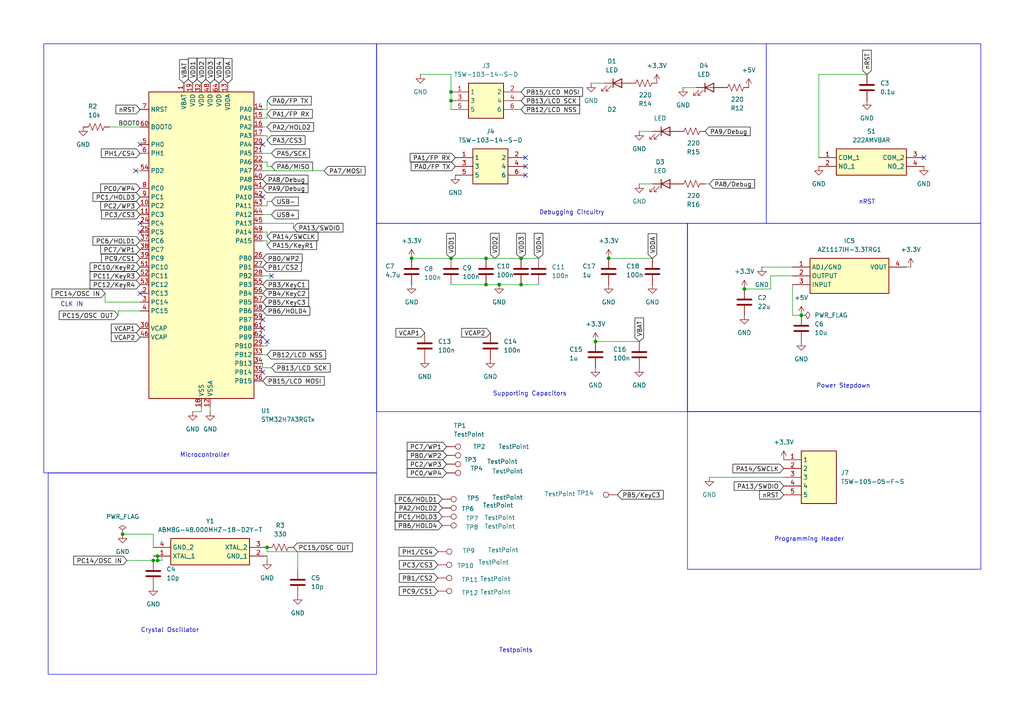
<source format=kicad_sch>
(kicad_sch (version 20231120) (generator "eeschema") (generator_version "8.0")
  (paper "A4")
  (lib_symbols
    (symbol "Connector:TestPoint" (pin_numbers hide) (pin_names (offset 0.762) hide)
      (property "Reference" "TP" (at 0 6.858 0))
      (property "Value" "TestPoint" (at 0 5.08 0))
      (symbol "TestPoint_1_1"
        (pin passive line (at 0 0 90) (length 2.54) (name "1") (number "1"))
      )
    )
    (symbol "CustomSymbols:+3.3V" (power) (pin_numbers hide) (pin_names (offset 0) hide)
      (property "Value" "+3.3V" (at 0 3.556 0))
      (symbol "+3.3V_1_1"
        (pin power_in line (at 0 0 90) (length 0) (name "~") (number "1"))
      )
    )
    (symbol "CustomSymbols:+5V" (power) (pin_numbers hide) (pin_names (offset 0) hide)
      (property "Value" "+5V" (at 0 3.556 0))
      (symbol "+5V_1_1"
        (pin power_in line (at 0 0 90) (length 0) (name "~") (number "1"))
      )
    )
    (symbol "CustomSymbols:222AMVBAR"
      (property "Reference" "S" (at 26.67 7.62 0))
      (property "Value" "222AMVBAR" (at 26.67 5.08 0))
      (symbol "222AMVBAR_1_1"
        (pin passive line (at 0 0 0) (length 5.08) (name "COM_1") (number "1"))
        (pin passive line (at 0 -2.54 0) (length 5.08) (name "NO_1") (number "2"))
        (pin passive line (at 30.48 0 180) (length 5.08) (name "COM_2") (number "3"))
        (pin passive line (at 30.48 -2.54 180) (length 5.08) (name "NO_2") (number "4"))
      )
    )
    (symbol "CustomSymbols:ABM8G-48.000MHZ-18-D2Y-T"
      (property "Reference" "Y" (at 29.21 7.62 0))
      (property "Value" "ABM8G-48.000MHZ-18-D2Y-T" (at 29.21 5.08 0))
      (symbol "ABM8G-48.000MHZ-18-D2Y-T_1_1"
        (pin passive line (at 0 -2.54 0) (length 5.08) (name "XTAL_1") (number "1"))
        (pin passive line (at 33.02 -2.54 180) (length 5.08) (name "GND_1") (number "2"))
        (pin passive line (at 33.02 0 180) (length 5.08) (name "XTAL_2") (number "3"))
        (pin passive line (at 0 0 0) (length 5.08) (name "GND_2") (number "4"))
      )
    )
    (symbol "CustomSymbols:AZ1117IH-3.3TRG1"
      (property "Reference" "IC" (at 29.21 7.62 0))
      (property "Value" "AZ1117IH-3.3TRG1" (at 29.21 5.08 0))
      (symbol "AZ1117IH-3.3TRG1_1_1"
        (pin passive line (at 0 0 0) (length 5.08) (name "ADJ/GND") (number "1"))
        (pin passive line (at 0 -2.54 0) (length 5.08) (name "OUTPUT") (number "2"))
        (pin passive line (at 0 -5.08 0) (length 5.08) (name "INPUT") (number "3"))
        (pin passive line (at 33.02 0 180) (length 5.08) (name "VOUT") (number "4"))
      )
    )
    (symbol "CustomSymbols:C" (pin_numbers hide) (pin_names (offset 0.254))
      (property "Reference" "C" (at 0.635 2.54 0))
      (property "Value" "C" (at 0.635 -2.54 0))
      (symbol "C_1_1"
        (pin passive line (at 0 3.81 270) (length 2.794) (name "~") (number "1"))
        (pin passive line (at 0 -3.81 90) (length 2.794) (name "~") (number "2"))
      )
    )
    (symbol "CustomSymbols:GND" (power) (pin_numbers hide) (pin_names (offset 0) hide)
      (property "Value" "GND" (at 0 -3.81 0))
      (symbol "GND_1_1"
        (pin power_in line (at 0 0 270) (length 0) (name "~") (number "1"))
      )
    )
    (symbol "CustomSymbols:R_US" (pin_numbers hide) (pin_names (offset 0))
      (property "Reference" "R" (at 2.54 0 90))
      (property "Value" "R_US" (at -2.54 0 90))
      (symbol "R_US_1_1"
        (pin passive line (at 0 3.81 270) (length 1.27) (name "~") (number "1"))
        (pin passive line (at 0 -3.81 90) (length 1.27) (name "~") (number "2"))
      )
    )
    (symbol "CustomSymbols:STM32H7A3RGTx"
      (property "Reference" "U" (at -15.24 46.99 0))
      (property "Value" "STM32H7A3RGTx" (at 10.16 46.99 0))
      (symbol "STM32H7A3RGTx_1_1"
        (pin power_in line (at -5.08 48.26 270) (length 2.54) (name "VBAT") (number "1"))
        (pin bidirectional line (at -17.78 12.7 0) (length 2.54) (name "PC2") (number "10"))
        (pin bidirectional line (at -17.78 10.16 0) (length 2.54) (name "PC3") (number "11"))
        (pin power_in line (at 2.54 -45.72 90) (length 2.54) (name "VSSA") (number "12"))
        (pin power_in line (at 7.62 48.26 270) (length 2.54) (name "VDDA") (number "13"))
        (pin bidirectional line (at 17.78 40.64 180) (length 2.54) (name "PA0") (number "14"))
        (pin bidirectional line (at 17.78 38.1 180) (length 2.54) (name "PA1") (number "15"))
        (pin bidirectional line (at 17.78 35.56 180) (length 2.54) (name "PA2") (number "16"))
        (pin bidirectional line (at 17.78 33.02 180) (length 2.54) (name "PA3") (number "17"))
        (pin power_in line (at 0 -45.72 90) (length 2.54) (name "VSS") (number "18"))
        (pin power_in line (at -2.54 48.26 270) (length 2.54) (name "VDD") (number "19"))
        (pin bidirectional line (at -17.78 -12.7 0) (length 2.54) (name "PC13") (number "2"))
        (pin bidirectional line (at 17.78 30.48 180) (length 2.54) (name "PA4") (number "20"))
        (pin bidirectional line (at 17.78 27.94 180) (length 2.54) (name "PA5") (number "21"))
        (pin bidirectional line (at 17.78 25.4 180) (length 2.54) (name "PA6") (number "22"))
        (pin bidirectional line (at 17.78 22.86 180) (length 2.54) (name "PA7") (number "23"))
        (pin bidirectional line (at -17.78 7.62 0) (length 2.54) (name "PC4") (number "24"))
        (pin bidirectional line (at -17.78 5.08 0) (length 2.54) (name "PC5") (number "25"))
        (pin bidirectional line (at 17.78 -2.54 180) (length 2.54) (name "PB0") (number "26"))
        (pin bidirectional line (at 17.78 -5.08 180) (length 2.54) (name "PB1") (number "27"))
        (pin bidirectional line (at 17.78 -7.62 180) (length 2.54) (name "PB2") (number "28"))
        (pin bidirectional line (at 17.78 -27.94 180) (length 2.54) (name "PB10") (number "29"))
        (pin bidirectional line (at -17.78 -15.24 0) (length 2.54) (name "PC14") (number "3"))
        (pin power_out line (at -17.78 -22.86 0) (length 2.54) (name "VCAP") (number "30"))
        (pin passive line (at 0 -45.72 90) (length 2.54) hide (name "VSS") (number "31"))
        (pin power_in line (at 0 48.26 270) (length 2.54) (name "VDD") (number "32"))
        (pin bidirectional line (at 17.78 -30.48 180) (length 2.54) (name "PB12") (number "33"))
        (pin bidirectional line (at 17.78 -33.02 180) (length 2.54) (name "PB13") (number "34"))
        (pin bidirectional line (at 17.78 -35.56 180) (length 2.54) (name "PB14") (number "35"))
        (pin bidirectional line (at 17.78 -38.1 180) (length 2.54) (name "PB15") (number "36"))
        (pin bidirectional line (at -17.78 2.54 0) (length 2.54) (name "PC6") (number "37"))
        (pin bidirectional line (at -17.78 0 0) (length 2.54) (name "PC7") (number "38"))
        (pin bidirectional line (at -17.78 -2.54 0) (length 2.54) (name "PC9") (number "39"))
        (pin bidirectional line (at -17.78 -17.78 0) (length 2.54) (name "PC15") (number "4"))
        (pin bidirectional line (at 17.78 20.32 180) (length 2.54) (name "PA8") (number "40"))
        (pin bidirectional line (at 17.78 17.78 180) (length 2.54) (name "PA9") (number "41"))
        (pin bidirectional line (at 17.78 15.24 180) (length 2.54) (name "PA10") (number "42"))
        (pin bidirectional line (at 17.78 12.7 180) (length 2.54) (name "PA11") (number "43"))
        (pin bidirectional line (at 17.78 10.16 180) (length 2.54) (name "PA12") (number "44"))
        (pin bidirectional line (at 17.78 7.62 180) (length 2.54) (name "PA13") (number "45"))
        (pin power_out line (at -17.78 -25.4 0) (length 2.54) (name "VCAP") (number "46"))
        (pin passive line (at 0 -45.72 90) (length 2.54) hide (name "VSS") (number "47"))
        (pin power_in line (at 2.54 48.26 270) (length 2.54) (name "VDD") (number "48"))
        (pin bidirectional line (at 17.78 5.08 180) (length 2.54) (name "PA14") (number "49"))
        (pin bidirectional line (at -17.78 30.48 0) (length 2.54) (name "PH0") (number "5"))
        (pin bidirectional line (at 17.78 2.54 180) (length 2.54) (name "PA15") (number "50"))
        (pin bidirectional line (at -17.78 -5.08 0) (length 2.54) (name "PC10") (number "51"))
        (pin bidirectional line (at -17.78 -7.62 0) (length 2.54) (name "PC11") (number "52"))
        (pin bidirectional line (at -17.78 -10.16 0) (length 2.54) (name "PC12") (number "53"))
        (pin bidirectional line (at -17.78 22.86 0) (length 2.54) (name "PD2") (number "54"))
        (pin bidirectional line (at 17.78 -10.16 180) (length 2.54) (name "PB3") (number "55"))
        (pin bidirectional line (at 17.78 -12.7 180) (length 2.54) (name "PB4") (number "56"))
        (pin bidirectional line (at 17.78 -15.24 180) (length 2.54) (name "PB5") (number "57"))
        (pin bidirectional line (at 17.78 -17.78 180) (length 2.54) (name "PB6") (number "58"))
        (pin bidirectional line (at 17.78 -20.32 180) (length 2.54) (name "PB7") (number "59"))
        (pin bidirectional line (at -17.78 27.94 0) (length 2.54) (name "PH1") (number "6"))
        (pin input line (at -17.78 35.56 0) (length 2.54) (name "BOOT0") (number "60"))
        (pin bidirectional line (at 17.78 -22.86 180) (length 2.54) (name "PB8") (number "61"))
        (pin bidirectional line (at 17.78 -25.4 180) (length 2.54) (name "PB9") (number "62"))
        (pin passive line (at 0 -45.72 90) (length 2.54) hide (name "VSS") (number "63"))
        (pin power_in line (at 5.08 48.26 270) (length 2.54) (name "VDD") (number "64"))
        (pin input line (at -17.78 40.64 0) (length 2.54) (name "NRST") (number "7"))
        (pin bidirectional line (at -17.78 17.78 0) (length 2.54) (name "PC0") (number "8"))
        (pin bidirectional line (at -17.78 15.24 0) (length 2.54) (name "PC1") (number "9"))
      )
    )
    (symbol "CustomSymbols:TSW-103-14-S-D"
      (property "Reference" "J" (at 16.51 7.62 0))
      (property "Value" "TSW-103-14-S-D" (at 16.51 5.08 0))
      (symbol "TSW-103-14-S-D_1_1"
        (pin passive line (at 0 0 0) (length 5.08) (name "1") (number "1"))
        (pin passive line (at 20.32 0 180) (length 5.08) (name "2") (number "2"))
        (pin passive line (at 0 -2.54 0) (length 5.08) (name "3") (number "3"))
        (pin passive line (at 20.32 -2.54 180) (length 5.08) (name "4") (number "4"))
        (pin passive line (at 0 -5.08 0) (length 5.08) (name "5") (number "5"))
        (pin passive line (at 20.32 -5.08 180) (length 5.08) (name "6") (number "6"))
      )
    )
    (symbol "CustomSymbols:TSW-105-05-F-S"
      (property "Reference" "J" (at 16.51 7.62 0))
      (property "Value" "TSW-105-05-F-S" (at 16.51 5.08 0))
      (symbol "TSW-105-05-F-S_1_1"
        (pin passive line (at 0 0 0) (length 5.08) (name "1") (number "1"))
        (pin passive line (at 0 -2.54 0) (length 5.08) (name "2") (number "2"))
        (pin passive line (at 0 -5.08 0) (length 5.08) (name "3") (number "3"))
        (pin passive line (at 0 -7.62 0) (length 5.08) (name "4") (number "4"))
        (pin passive line (at 0 -10.16 0) (length 5.08) (name "5") (number "5"))
      )
    )
    (symbol "Device:LED" (pin_numbers hide) (pin_names (offset 1.016) hide)
      (property "Reference" "D" (at 0 2.54 0))
      (property "Value" "LED" (at 0 -2.54 0))
      (symbol "LED_1_1"
        (pin passive line (at -3.81 0 0) (length 2.54) (name "K") (number "1"))
        (pin passive line (at 3.81 0 180) (length 2.54) (name "A") (number "2"))
      )
    )
    (symbol "power:PWR_FLAG" (power) (pin_numbers hide) (pin_names (offset 0) hide)
      (property "Value" "PWR_FLAG" (at 0 3.81 0))
      (symbol "PWR_FLAG_0_0"
        (pin power_out line (at 0 0 90) (length 0) (name "~") (number "1"))
      )
    )
  )
  (junction (at 151.13 82.55))
  (junction (at 172.72 99.06))
  (junction (at 140.97 74.93))
  (junction (at 119.38 74.93))
  (junction (at 130.81 26.67))
  (junction (at 45.72 161.29))
  (junction (at 130.81 74.93))
  (junction (at 44.45 162.56))
  (junction (at 176.53 74.93))
  (junction (at 130.81 29.21))
  (junction (at 45.72 162.56))
  (junction (at 35.56 154.94))
  (junction (at 140.97 82.55))
  (junction (at 215.9 83.82))
  (junction (at 77.47 158.75))
  (junction (at 232.41 91.44))
  (junction (at 151.13 74.93))
  (junction (at 144.78 82.55))
  (no_connect (at 39.37 49.53))
  (no_connect (at 40.64 64.77))
  (no_connect (at 76.2 95.25))
  (no_connect (at 76.2 41.91))
  (no_connect (at 78.74 80.01))
  (no_connect (at 152.4 45.72))
  (no_connect (at 76.2 97.79))
  (no_connect (at 76.2 92.71))
  (no_connect (at 267.97 45.72))
  (no_connect (at 77.47 99.06))
  (no_connect (at 40.64 85.09))
  (no_connect (at 76.2 107.95))
  (no_connect (at 76.2 57.15))
  (no_connect (at 40.64 41.91))
  (no_connect (at 152.4 50.8))
  (no_connect (at 152.4 48.26))
  (no_connect (at 40.64 67.31))
  (wire (pts (xy 78.74 106.68) (xy 76.2 106.68)))
  (wire (pts (xy 60.96 118.11) (xy 60.96 119.38)))
  (wire (pts (xy 85.09 66.04) (xy 85.09 64.77)))
  (wire (pts (xy 77.47 34.29) (xy 77.47 33.02)))
  (wire (pts (xy 44.45 162.56) (xy 45.72 162.56)))
  (wire (pts (xy 77.47 59.69) (xy 76.2 59.69)))
  (wire (pts (xy 130.81 82.55) (xy 140.97 82.55)))
  (wire (pts (xy 229.87 91.44) (xy 232.41 91.44)))
  (wire (pts (xy 229.87 80.01) (xy 223.52 80.01)))
  (wire (pts (xy 172.72 99.06) (xy 185.42 99.06)))
  (wire (pts (xy 85.09 64.77) (xy 76.2 64.77)))
  (wire (pts (xy 93.98 49.53) (xy 76.2 49.53)))
  (wire (pts (xy 44.45 161.29) (xy 45.72 161.29)))
  (wire (pts (xy 76.2 34.29) (xy 77.47 34.29)))
  (wire (pts (xy 130.81 26.67) (xy 130.81 21.59)))
  (wire (pts (xy 198.12 25.4) (xy 201.93 25.4)))
  (wire (pts (xy 77.47 100.33) (xy 76.2 100.33)))
  (wire (pts (xy 31.75 36.83) (xy 40.64 36.83)))
  (wire (pts (xy 77.47 58.42) (xy 78.74 58.42)))
  (wire (pts (xy 77.47 48.26) (xy 77.47 46.99)))
  (wire (pts (xy 130.81 74.93) (xy 140.97 74.93)))
  (wire (pts (xy 40.64 87.63) (xy 30.48 87.63)))
  (wire (pts (xy 185.42 38.1) (xy 189.23 38.1)))
  (wire (pts (xy 34.29 90.17) (xy 34.29 91.44)))
  (wire (pts (xy 229.87 82.55) (xy 229.87 91.44)))
  (wire (pts (xy 76.2 62.23) (xy 78.74 62.23)))
  (wire (pts (xy 30.48 87.63) (xy 30.48 85.09)))
  (wire (pts (xy 76.2 106.68) (xy 76.2 105.41)))
  (wire (pts (xy 130.81 21.59) (xy 121.92 21.59)))
  (wire (pts (xy 237.49 45.72) (xy 237.49 21.59)))
  (wire (pts (xy 140.97 82.55) (xy 144.78 82.55)))
  (wire (pts (xy 223.52 80.01) (xy 223.52 83.82)))
  (wire (pts (xy 130.81 26.67) (xy 130.81 29.21)))
  (wire (pts (xy 223.52 83.82) (xy 215.9 83.82)))
  (wire (pts (xy 76.2 44.45) (xy 78.74 44.45)))
  (wire (pts (xy 77.47 31.75) (xy 77.47 29.21)))
  (wire (pts (xy 44.45 154.94) (xy 35.56 154.94)))
  (wire (pts (xy 76.2 39.37) (xy 77.47 39.37)))
  (wire (pts (xy 58.42 118.11) (xy 58.42 119.38)))
  (wire (pts (xy 171.45 24.13) (xy 175.26 24.13)))
  (wire (pts (xy 78.74 48.26) (xy 77.47 48.26)))
  (wire (pts (xy 185.42 53.34) (xy 189.23 53.34)))
  (wire (pts (xy 144.78 82.55) (xy 151.13 82.55)))
  (wire (pts (xy 151.13 82.55) (xy 156.21 82.55)))
  (wire (pts (xy 176.53 74.93) (xy 189.23 74.93)))
  (wire (pts (xy 262.89 77.47) (xy 264.16 77.47)))
  (wire (pts (xy 77.47 69.85) (xy 77.47 71.12)))
  (wire (pts (xy 77.47 102.87) (xy 76.2 102.87)))
  (wire (pts (xy 76.2 31.75) (xy 77.47 31.75)))
  (wire (pts (xy 130.81 29.21) (xy 130.81 31.75)))
  (wire (pts (xy 46.99 162.56) (xy 46.99 161.29)))
  (wire (pts (xy 77.47 160.02) (xy 77.47 158.75)))
  (wire (pts (xy 77.47 161.29) (xy 77.47 162.56)))
  (wire (pts (xy 237.49 21.59) (xy 251.46 21.59)))
  (wire (pts (xy 44.45 158.75) (xy 44.45 154.94)))
  (wire (pts (xy 204.47 53.34) (xy 205.74 53.34)))
  (wire (pts (xy 76.2 69.85) (xy 77.47 69.85)))
  (wire (pts (xy 140.97 74.93) (xy 151.13 74.93)))
  (wire (pts (xy 77.47 68.58) (xy 77.47 67.31)))
  (wire (pts (xy 151.13 74.93) (xy 156.21 74.93)))
  (wire (pts (xy 45.72 162.56) (xy 46.99 162.56)))
  (wire (pts (xy 86.36 160.02) (xy 77.47 160.02)))
  (wire (pts (xy 58.42 119.38) (xy 55.88 119.38)))
  (wire (pts (xy 77.47 67.31) (xy 76.2 67.31)))
  (wire (pts (xy 77.47 58.42) (xy 77.47 59.69)))
  (wire (pts (xy 40.64 90.17) (xy 34.29 90.17)))
  (wire (pts (xy 76.2 80.01) (xy 78.74 80.01)))
  (wire (pts (xy 76.2 36.83) (xy 77.47 36.83)))
  (wire (pts (xy 130.81 74.93) (xy 119.38 74.93)))
  (wire (pts (xy 39.37 49.53) (xy 40.64 49.53)))
  (wire (pts (xy 205.74 138.43) (xy 227.33 138.43)))
  (wire (pts (xy 77.47 39.37) (xy 77.47 40.64)))
  (wire (pts (xy 77.47 99.06) (xy 77.47 100.33)))
  (wire (pts (xy 45.72 161.29) (xy 46.99 161.29)))
  (wire (pts (xy 86.36 165.1) (xy 86.36 160.02)))
  (wire (pts (xy 220.98 77.47) (xy 229.87 77.47)))
  (wire (pts (xy 77.47 46.99) (xy 76.2 46.99)))
  (wire (pts (xy 45.72 162.56) (xy 45.72 161.29)))
  (wire (pts (xy 36.83 162.56) (xy 44.45 162.56)))
  (rectangle (start 12.7 12.7) (end 109.22 137.16))
  (rectangle (start 199.39 119.38) (end 284.48 165.1))
  (rectangle (start 199.39 64.77) (end 284.48 119.38))
  (rectangle (start 13.97 137.16) (end 109.22 195.58))
  (rectangle (start 222.25 12.7) (end 284.48 64.77))
  (rectangle (start 109.22 12.7) (end 222.25 64.77))
  (rectangle (start 109.22 64.77) (end 199.39 119.38))
  (text "Debugging Circuitry\n" (at 165.862 61.722 0) (effects (font (size 1.27 1.27))))
  (text "Power Stepdown\n" (at 244.602 112.014 0) (effects (font (size 1.27 1.27))))
  (text "Supporting Capacitors" (at 153.67 114.3 0) (effects (font (size 1.27 1.27))))
  (text "Testpoints" (at 149.606 188.722 0) (effects (font (size 1.27 1.27))))
  (text "CLK IN\n" (at 20.828 88.392 0) (effects (font (size 1.27 1.27))))
  (text "Crystal Oscillator\n" (at 49.276 182.88 0) (effects (font (size 1.27 1.27))))
  (text "Microcontroller\n" (at 59.436 132.08 0) (effects (font (size 1.27 1.27))))
  (text "Programming Header\n" (at 234.696 156.464 0) (effects (font (size 1.27 1.27))))
  (text "nRST\n" (at 251.46 58.674 0) (effects (font (size 1.27 1.27))))
  (label "BOOT0" (at 34.29 36.83 0))
  (global_label "PC6{slash}HOLD1" (shape input) (at 40.64 69.85 180) (property "Intersheetrefs" "${INTERSHEET_REFS}" (effects (hide yes))))
  (global_label "PB5{slash}KeyC3" (shape input) (at 76.2 87.63 0) (property "Intersheetrefs" "${INTERSHEET_REFS}" (effects (hide yes))))
  (global_label "PC0{slash}WP4" (shape input) (at 40.64 54.61 180) (property "Intersheetrefs" "${INTERSHEET_REFS}" (effects (hide yes))))
  (global_label "PC1{slash}HOLD3" (shape input) (at 40.64 57.15 180) (property "Intersheetrefs" "${INTERSHEET_REFS}" (effects (hide yes))))
  (global_label "PC6{slash}HOLD1" (shape input) (at 128.27 144.78 180) (property "Intersheetrefs" "${INTERSHEET_REFS}" (effects (hide yes))))
  (global_label "PB1{slash}CS2" (shape input) (at 127 167.64 180) (property "Intersheetrefs" "${INTERSHEET_REFS}" (effects (hide yes))))
  (global_label "PB5{slash}KeyC3" (shape input) (at 179.07 143.51 0) (property "Intersheetrefs" "${INTERSHEET_REFS}" (effects (hide yes))))
  (global_label "PA9{slash}Debug" (shape input) (at 204.47 38.1 0) (property "Intersheetrefs" "${INTERSHEET_REFS}" (effects (hide yes))))
  (global_label "VCAP2" (shape input) (at 40.64 97.79 180) (property "Intersheetrefs" "${INTERSHEET_REFS}" (effects (hide yes))))
  (global_label "VDD1" (shape input) (at 130.81 74.93 90) (property "Intersheetrefs" "${INTERSHEET_REFS}" (effects (hide yes))))
  (global_label "USB-" (shape input) (at 78.74 58.42 0) (property "Intersheetrefs" "${INTERSHEET_REFS}" (effects (hide yes))))
  (global_label "PC15{slash}OSC OUT" (shape input) (at 85.09 158.75 0) (property "Intersheetrefs" "${INTERSHEET_REFS}" (effects (hide yes))))
  (global_label "PA14{slash}SWCLK" (shape input) (at 227.33 135.89 180) (property "Intersheetrefs" "${INTERSHEET_REFS}" (effects (hide yes))))
  (global_label "VDD3" (shape input) (at 60.96 24.13 90) (property "Intersheetrefs" "${INTERSHEET_REFS}" (effects (hide yes))))
  (global_label "PB12{slash}LCD NSS" (shape input) (at 77.47 102.87 0) (property "Intersheetrefs" "${INTERSHEET_REFS}" (effects (hide yes))))
  (global_label "PB0{slash}WP2" (shape input) (at 129.54 132.08 180) (property "Intersheetrefs" "${INTERSHEET_REFS}" (effects (hide yes))))
  (global_label "PC0{slash}WP4" (shape input) (at 129.54 137.16 180) (property "Intersheetrefs" "${INTERSHEET_REFS}" (effects (hide yes))))
  (global_label "PA14{slash}SWCLK" (shape input) (at 77.47 68.58 0) (property "Intersheetrefs" "${INTERSHEET_REFS}" (effects (hide yes))))
  (global_label "PA3{slash}CS3" (shape input) (at 77.47 40.64 0) (property "Intersheetrefs" "${INTERSHEET_REFS}" (effects (hide yes))))
  (global_label "PH1{slash}CS4" (shape input) (at 127 160.02 180) (property "Intersheetrefs" "${INTERSHEET_REFS}" (effects (hide yes))))
  (global_label "PC7{slash}WP1" (shape input) (at 40.64 72.39 180) (property "Intersheetrefs" "${INTERSHEET_REFS}" (effects (hide yes))))
  (global_label "PC15{slash}OSC OUT" (shape input) (at 34.29 91.44 180) (property "Intersheetrefs" "${INTERSHEET_REFS}" (effects (hide yes))))
  (global_label "PA0{slash}FP TX" (shape input) (at 132.08 48.26 180) (property "Intersheetrefs" "${INTERSHEET_REFS}" (effects (hide yes))))
  (global_label "VDD4" (shape input) (at 63.5 24.13 90) (property "Intersheetrefs" "${INTERSHEET_REFS}" (effects (hide yes))))
  (global_label "PB13{slash}LCD SCK" (shape input) (at 78.74 106.68 0) (property "Intersheetrefs" "${INTERSHEET_REFS}" (effects (hide yes))))
  (global_label "PH1{slash}CS4" (shape input) (at 40.64 44.45 180) (property "Intersheetrefs" "${INTERSHEET_REFS}" (effects (hide yes))))
  (global_label "PA8{slash}Debug" (shape input) (at 205.74 53.34 0) (property "Intersheetrefs" "${INTERSHEET_REFS}" (effects (hide yes))))
  (global_label "PA13{slash}SWDIO" (shape input) (at 227.33 140.97 180) (property "Intersheetrefs" "${INTERSHEET_REFS}" (effects (hide yes))))
  (global_label "PA13{slash}SWDIO" (shape input) (at 85.09 66.04 0) (property "Intersheetrefs" "${INTERSHEET_REFS}" (effects (hide yes))))
  (global_label "PC12{slash}KeyR4" (shape input) (at 40.64 82.55 180) (property "Intersheetrefs" "${INTERSHEET_REFS}" (effects (hide yes))))
  (global_label "VCAP1" (shape input) (at 123.19 96.52 180) (property "Intersheetrefs" "${INTERSHEET_REFS}" (effects (hide yes))))
  (global_label "PC14{slash}OSC IN" (shape input) (at 30.48 85.09 180) (property "Intersheetrefs" "${INTERSHEET_REFS}" (effects (hide yes))))
  (global_label "USB+" (shape input) (at 78.74 62.23 0) (property "Intersheetrefs" "${INTERSHEET_REFS}" (effects (hide yes))))
  (global_label "PA9{slash}Debug" (shape input) (at 76.2 54.61 0) (property "Intersheetrefs" "${INTERSHEET_REFS}" (effects (hide yes))))
  (global_label "VCAP2" (shape input) (at 142.24 96.52 180) (property "Intersheetrefs" "${INTERSHEET_REFS}" (effects (hide yes))))
  (global_label "PB12{slash}LCD NSS" (shape input) (at 151.13 31.75 0) (property "Intersheetrefs" "${INTERSHEET_REFS}" (effects (hide yes))))
  (global_label "PB13{slash}LCD SCK" (shape input) (at 151.13 29.21 0) (property "Intersheetrefs" "${INTERSHEET_REFS}" (effects (hide yes))))
  (global_label "PC7{slash}WP1" (shape input) (at 129.54 129.54 180) (property "Intersheetrefs" "${INTERSHEET_REFS}" (effects (hide yes))))
  (global_label "VDD4" (shape input) (at 156.21 74.93 90) (property "Intersheetrefs" "${INTERSHEET_REFS}" (effects (hide yes))))
  (global_label "PB4{slash}KeyC2" (shape input) (at 76.2 85.09 0) (property "Intersheetrefs" "${INTERSHEET_REFS}" (effects (hide yes))))
  (global_label "PA15{slash}KeyR1" (shape input) (at 77.47 71.12 0) (property "Intersheetrefs" "${INTERSHEET_REFS}" (effects (hide yes))))
  (global_label "nRST" (shape input) (at 40.64 31.75 180) (property "Intersheetrefs" "${INTERSHEET_REFS}" (effects (hide yes))))
  (global_label "PA1{slash}FP RX" (shape input) (at 77.47 33.02 0) (property "Intersheetrefs" "${INTERSHEET_REFS}" (effects (hide yes))))
  (global_label "PC1{slash}HOLD3" (shape input) (at 128.27 149.86 180) (property "Intersheetrefs" "${INTERSHEET_REFS}" (effects (hide yes))))
  (global_label "PC2{slash}WP3" (shape input) (at 129.54 134.62 180) (property "Intersheetrefs" "${INTERSHEET_REFS}" (effects (hide yes))))
  (global_label "VDD2" (shape input) (at 143.51 74.93 90) (property "Intersheetrefs" "${INTERSHEET_REFS}" (effects (hide yes))))
  (global_label "VDD3" (shape input) (at 151.13 74.93 90) (property "Intersheetrefs" "${INTERSHEET_REFS}" (effects (hide yes))))
  (global_label "PB6{slash}HOLD4" (shape input) (at 128.27 152.4 180) (property "Intersheetrefs" "${INTERSHEET_REFS}" (effects (hide yes))))
  (global_label "PB15{slash}LCD MOSI" (shape input) (at 76.2 110.49 0) (property "Intersheetrefs" "${INTERSHEET_REFS}" (effects (hide yes))))
  (global_label "PC2{slash}WP3" (shape input) (at 40.64 59.69 180) (property "Intersheetrefs" "${INTERSHEET_REFS}" (effects (hide yes))))
  (global_label "PA0{slash}FP TX" (shape input) (at 77.47 29.21 0) (property "Intersheetrefs" "${INTERSHEET_REFS}" (effects (hide yes))))
  (global_label "VDD1" (shape input) (at 55.88 24.13 90) (property "Intersheetrefs" "${INTERSHEET_REFS}" (effects (hide yes))))
  (global_label "VCAP1" (shape input) (at 40.64 95.25 180) (property "Intersheetrefs" "${INTERSHEET_REFS}" (effects (hide yes))))
  (global_label "VDD2" (shape input) (at 58.42 24.13 90) (property "Intersheetrefs" "${INTERSHEET_REFS}" (effects (hide yes))))
  (global_label "PC9{slash}CS1" (shape input) (at 40.64 74.93 180) (property "Intersheetrefs" "${INTERSHEET_REFS}" (effects (hide yes))))
  (global_label "PC11{slash}KeyR3" (shape input) (at 40.64 80.01 180) (property "Intersheetrefs" "${INTERSHEET_REFS}" (effects (hide yes))))
  (global_label "PA7{slash}MOSI" (shape input) (at 93.98 49.53 0) (property "Intersheetrefs" "${INTERSHEET_REFS}" (effects (hide yes))))
  (global_label "PB6{slash}HOLD4" (shape input) (at 76.2 90.17 0) (property "Intersheetrefs" "${INTERSHEET_REFS}" (effects (hide yes))))
  (global_label "PC14{slash}OSC IN" (shape input) (at 36.83 162.56 180) (property "Intersheetrefs" "${INTERSHEET_REFS}" (effects (hide yes))))
  (global_label "PA2{slash}HOLD2" (shape input) (at 128.27 147.32 180) (property "Intersheetrefs" "${INTERSHEET_REFS}" (effects (hide yes))))
  (global_label "VBAT" (shape input) (at 53.34 24.13 90) (property "Intersheetrefs" "${INTERSHEET_REFS}" (effects (hide yes))))
  (global_label "PB0{slash}WP2" (shape input) (at 76.2 74.93 0) (property "Intersheetrefs" "${INTERSHEET_REFS}" (effects (hide yes))))
  (global_label "VDDA" (shape input) (at 189.23 74.93 90) (property "Intersheetrefs" "${INTERSHEET_REFS}" (effects (hide yes))))
  (global_label "PA6{slash}MISO" (shape input) (at 78.74 48.26 0) (property "Intersheetrefs" "${INTERSHEET_REFS}" (effects (hide yes))))
  (global_label "VBAT" (shape input) (at 185.42 99.06 90) (property "Intersheetrefs" "${INTERSHEET_REFS}" (effects (hide yes))))
  (global_label "PB3{slash}KeyC1" (shape input) (at 76.2 82.55 0) (property "Intersheetrefs" "${INTERSHEET_REFS}" (effects (hide yes))))
  (global_label "PB1{slash}CS2" (shape input) (at 76.2 77.47 0) (property "Intersheetrefs" "${INTERSHEET_REFS}" (effects (hide yes))))
  (global_label "nRST" (shape input) (at 227.33 143.51 180) (property "Intersheetrefs" "${INTERSHEET_REFS}" (effects (hide yes))))
  (global_label "PC10{slash}KeyR2" (shape input) (at 40.64 77.47 180) (property "Intersheetrefs" "${INTERSHEET_REFS}" (effects (hide yes))))
  (global_label "PA1{slash}FP RX" (shape input) (at 132.08 45.72 180) (property "Intersheetrefs" "${INTERSHEET_REFS}" (effects (hide yes))))
  (global_label "VDDA" (shape input) (at 66.04 24.13 90) (property "Intersheetrefs" "${INTERSHEET_REFS}" (effects (hide yes))))
  (global_label "PA8{slash}Debug" (shape input) (at 76.2 52.07 0) (property "Intersheetrefs" "${INTERSHEET_REFS}" (effects (hide yes))))
  (global_label "PC9{slash}CS1" (shape input) (at 127 171.45 180) (property "Intersheetrefs" "${INTERSHEET_REFS}" (effects (hide yes))))
  (global_label "PA5{slash}SCK" (shape input) (at 78.74 44.45 0) (property "Intersheetrefs" "${INTERSHEET_REFS}" (effects (hide yes))))
  (global_label "PA2{slash}HOLD2" (shape input) (at 77.47 36.83 0) (property "Intersheetrefs" "${INTERSHEET_REFS}" (effects (hide yes))))
  (global_label "PC3{slash}CS3" (shape input) (at 40.64 62.23 180) (property "Intersheetrefs" "${INTERSHEET_REFS}" (effects (hide yes))))
  (global_label "nRST" (shape input) (at 251.46 21.59 90) (property "Intersheetrefs" "${INTERSHEET_REFS}" (effects (hide yes))))
  (global_label "PB15{slash}LCD MOSI" (shape input) (at 151.13 26.67 0) (property "Intersheetrefs" "${INTERSHEET_REFS}" (effects (hide yes))))
  (global_label "PC3{slash}CS3" (shape input) (at 127 163.83 180) (property "Intersheetrefs" "${INTERSHEET_REFS}" (effects (hide yes))))
  (symbol (lib_id "CustomSymbols:C") (at 251.46 25.4 0) (unit 1)
    (property "Reference" "C3" (at 255.27 24.1299 0) (effects (justify left)))
    (property "Value" "0.1u" (at 255.27 26.6699 0) (effects (justify left)))
    (property "Footprint" "Capacitor_SMD:C_0805_2012Metric_Pad1.18x1.45mm_HandSolder" (effects (hide yes)))
    (property "Description" "Unpolarized capacitor" (effects (hide yes)))
  )
  (symbol (lib_id "CustomSymbols:AZ1117IH-3.3TRG1") (at 229.87 77.47 0) (unit 1)
    (property "Reference" "IC5" (at 246.38 69.85 0))
    (property "Value" "AZ1117IH-3.3TRG1" (at 246.38 72.39 0))
    (property "Footprint" "SOT230P700X180-4N" (effects (hide yes)))
    (property "Datasheet" "https://www.diodes.com//assets/Datasheets/AZ1117I.pdf" (effects (hide yes)))
    (property "Description" "LDO Voltage Regulators LDO BJT HiCurr 1.35A 10Hz to 10KHz" (effects (hide yes)))
    (property "Height" "1.8" (effects (hide yes)))
    (property "Mouser Part Number" "621-AZ1117IH-3.3TRG1" (effects (hide yes)))
    (property "Mouser Price/Stock" "https://www.mouser.co.uk/ProductDetail/Diodes-Incorporated/AZ1117IH-3.3TRG1?qs=cpo3%2FpBou2jnS4SxLgAVoA%3D%3D" (effects (hide yes)))
    (property "Manufacturer_Name" "Diodes Incorporated" (effects (hide yes)))
    (property "Manufacturer_Part_Number" "AZ1117IH-3.3TRG1" (effects (hide yes)))
  )
  (symbol (lib_id "CustomSymbols:GND") (at 215.9 91.44 0) (unit 1)
    (property "Reference" "#PWR014" (effects (hide yes)))
    (property "Value" "GND" (at 215.9 96.52 0))
    (property "Description" "Power symbol creates a global label with name \"GND\" , ground" (effects (hide yes)))
  )
  (symbol (lib_id "CustomSymbols:GND") (at 185.42 106.68 0) (unit 1)
    (property "Reference" "#PWR041" (effects (hide yes)))
    (property "Value" "GND" (at 185.42 111.76 0))
    (property "Description" "Power symbol creates a global label with name \"GND\" , ground" (effects (hide yes)))
  )
  (symbol (lib_id "CustomSymbols:R_US") (at 200.66 53.34 90) (unit 1)
    (property "Reference" "R16" (at 203.073 59.309 90) (effects (justify left)))
    (property "Value" "220" (at 203.073 56.769 90) (effects (justify left)))
    (property "Footprint" "Resistor_SMD:R_0805_2012Metric_Pad1.20x1.40mm_HandSolder" (effects (hide yes)))
    (property "Description" "Resistor, US symbol" (effects (hide yes)))
  )
  (symbol (lib_id "CustomSymbols:GND") (at 123.19 104.14 0) (unit 1)
    (property "Reference" "#PWR027" (effects (hide yes)))
    (property "Value" "GND" (at 123.19 109.22 0))
    (property "Description" "Power symbol creates a global label with name \"GND\" , ground" (effects (hide yes)))
  )
  (symbol (lib_id "CustomSymbols:GND") (at 185.42 53.34 0) (unit 1)
    (property "Reference" "#PWR050" (effects (hide yes)))
    (property "Value" "GND" (at 185.42 58.42 0))
    (property "Description" "Power symbol creates a global label with name \"GND\" , ground" (effects (hide yes)))
  )
  (symbol (lib_id "CustomSymbols:+3.3V") (at 172.72 99.06 0) (unit 1)
    (property "Reference" "#PWR042" (effects (hide yes)))
    (property "Value" "+3.3V" (at 172.72 93.98 0))
    (property "Description" "Power symbol creates a global label with name \"+3.3V\"" (effects (hide yes)))
  )
  (symbol (lib_id "power:PWR_FLAG") (at 232.41 91.44 270) (unit 1)
    (property "Reference" "#FLG03" (effects (hide yes)))
    (property "Value" "PWR_FLAG" (at 236.22 91.4399 90) (effects (justify left)))
    (property "Description" "Special symbol for telling ERC where power comes from" (effects (hide yes)))
  )
  (symbol (lib_id "CustomSymbols:GND") (at 144.78 82.55 0) (unit 1)
    (property "Reference" "#PWR023" (effects (hide yes)))
    (property "Value" "GND" (at 144.78 87.63 0))
    (property "Description" "Power symbol creates a global label with name \"GND\" , ground" (effects (hide yes)))
  )
  (symbol (lib_id "Device:LED") (at 205.74 25.4 0) (unit 1)
    (property "Reference" "D4" (at 204.1525 19.05 0))
    (property "Value" "LED" (at 204.1525 21.59 0))
    (property "Footprint" "LED_SMD:LED_0805_2012Metric_Pad1.15x1.40mm_HandSolder" (effects (hide yes)))
    (property "Description" "Light emitting diode" (effects (hide yes)))
  )
  (symbol (lib_id "CustomSymbols:R_US") (at 81.28 158.75 90) (unit 1)
    (property "Reference" "R3" (at 81.28 152.4 90))
    (property "Value" "330" (at 81.28 154.94 90))
    (property "Footprint" "Resistor_SMD:R_0805_2012Metric_Pad1.20x1.40mm_HandSolder" (effects (hide yes)))
    (property "Description" "Resistor, US symbol" (effects (hide yes)))
  )
  (symbol (lib_id "CustomSymbols:C") (at 215.9 87.63 0) (unit 1)
    (property "Reference" "C2" (at 219.71 86.3599 0) (effects (justify left)))
    (property "Value" "22u" (at 219.71 88.8999 0) (effects (justify left)))
    (property "Footprint" "Capacitor_SMD:C_0805_2012Metric_Pad1.18x1.45mm_HandSolder" (effects (hide yes)))
    (property "Description" "Unpolarized capacitor" (effects (hide yes)))
  )
  (symbol (lib_id "CustomSymbols:TSW-103-14-S-D") (at 132.08 45.72 0) (unit 1)
    (property "Reference" "J4" (at 142.24 38.1 0))
    (property "Value" "TSW-103-14-S-D" (at 142.24 40.64 0))
    (property "Footprint" "CustomFootprints:custom1" (effects (hide yes)))
    (property "Datasheet" "http://suddendocs.samtec.com/prints/tsw-xxx-xx-xxx-x-xx-xxx-mkt.pdf" (effects (hide yes)))
    (property "Description" "6 Position, Classic PCB Header Strips, 0.100&quot; pitch" (effects (hide yes)))
    (property "Mouser Part Number" "200-TSW10314SD" (effects (hide yes)))
    (property "Mouser Price/Stock" "https://www.mouser.co.uk/ProductDetail/Samtec/TSW-103-14-S-D?qs=rU5fayqh%252BE0uAy4vVVrj%252Bg%3D%3D" (effects (hide yes)))
    (property "Manufacturer_Name" "SAMTEC" (effects (hide yes)))
    (property "Manufacturer_Part_Number" "TSW-103-14-S-D" (effects (hide yes)))
  )
  (symbol (lib_id "CustomSymbols:C") (at 130.81 78.74 0) (unit 1)
    (property "Reference" "C8" (at 122.936 77.978 0) (effects (justify left)))
    (property "Value" "100n" (at 122.936 80.518 0) (effects (justify left)))
    (property "Footprint" "Capacitor_SMD:C_0805_2012Metric_Pad1.18x1.45mm_HandSolder" (effects (hide yes)))
    (property "Description" "Unpolarized capacitor" (effects (hide yes)))
  )
  (symbol (lib_id "CustomSymbols:222AMVBAR") (at 237.49 45.72 0) (unit 1)
    (property "Reference" "S1" (at 252.73 38.1 0))
    (property "Value" "222AMVBAR" (at 252.73 40.64 0))
    (property "Footprint" "CustomFootprints:custom" (effects (hide yes)))
    (property "Datasheet" "https://www.ctscorp.com/wp-content/uploads/222A.pdf" (effects (hide yes)))
    (property "Description" "Tactile Switches Gull Wing AF 160gf Act. Dir. Vertical" (effects (hide yes)))
    (property "Height" "5.2" (effects (hide yes)))
    (property "Mouser Part Number" "774-222AMVBAR" (effects (hide yes)))
    (property "Mouser Price/Stock" "https://www.mouser.co.uk/ProductDetail/CTS-Electronic-Components/222AMVBAR?qs=%252BiOMRfgENTH99oc01%252BgePw%3D%3D" (effects (hide yes)))
    (property "Manufacturer_Name" "CTS" (effects (hide yes)))
    (property "Manufacturer_Part_Number" "222AMVBAR" (effects (hide yes)))
  )
  (symbol (lib_id "CustomSymbols:C") (at 172.72 102.87 0) (unit 1)
    (property "Reference" "C15" (at 165.1 101.346 0) (effects (justify left)))
    (property "Value" "1u" (at 165.1 103.886 0) (effects (justify left)))
    (property "Footprint" "Capacitor_SMD:C_0805_2012Metric_Pad1.18x1.45mm_HandSolder" (effects (hide yes)))
    (property "Description" "Unpolarized capacitor" (effects (hide yes)))
  )
  (symbol (lib_id "CustomSymbols:C") (at 156.21 78.74 0) (unit 1)
    (property "Reference" "C11" (at 160.02 77.4699 0) (effects (justify left)))
    (property "Value" "100n" (at 160.02 80.0099 0) (effects (justify left)))
    (property "Footprint" "Capacitor_SMD:C_0805_2012Metric_Pad1.18x1.45mm_HandSolder" (effects (hide yes)))
    (property "Description" "Unpolarized capacitor" (effects (hide yes)))
  )
  (symbol (lib_id "CustomSymbols:GND") (at 171.45 24.13 0) (unit 1)
    (property "Reference" "#PWR047" (effects (hide yes)))
    (property "Value" "GND" (at 171.45 29.21 0))
    (property "Description" "Power symbol creates a global label with name \"GND\" , ground" (effects (hide yes)))
  )
  (symbol (lib_id "Connector:TestPoint") (at 128.27 152.4 270) (unit 1)
    (property "Reference" "TP8" (at 135.128 152.908 90) (effects (justify left)))
    (property "Value" "TestPoint" (at 140.462 152.654 90) (effects (justify left)))
    (property "Footprint" "TestPoint:TestPoint_THTPad_D1.0mm_Drill0.5mm" (effects (hide yes)))
    (property "Description" "test point" (effects (hide yes)))
  )
  (symbol (lib_id "CustomSymbols:GND") (at 60.96 119.38 0) (unit 1)
    (property "Reference" "#PWR043" (effects (hide yes)))
    (property "Value" "GND" (at 60.96 124.46 0))
    (property "Description" "Power symbol creates a global label with name \"GND\" , ground" (effects (hide yes)))
  )
  (symbol (lib_id "CustomSymbols:C") (at 44.45 166.37 0) (unit 1)
    (property "Reference" "C4" (at 48.26 165.0999 0) (effects (justify left)))
    (property "Value" "10p" (at 48.26 167.6399 0) (effects (justify left)))
    (property "Footprint" "Capacitor_SMD:C_0805_2012Metric_Pad1.18x1.45mm_HandSolder" (effects (hide yes)))
    (property "Description" "Unpolarized capacitor" (effects (hide yes)))
  )
  (symbol (lib_id "CustomSymbols:GND") (at 205.74 138.43 0) (unit 1)
    (property "Reference" "#PWR053" (effects (hide yes)))
    (property "Value" "GND" (at 205.74 143.51 0))
    (property "Description" "Power symbol creates a global label with name \"GND\" , ground" (effects (hide yes)))
  )
  (symbol (lib_id "Connector:TestPoint") (at 128.27 147.32 270) (unit 1)
    (property "Reference" "TP6" (at 133.858 147.574 90) (effects (justify left)))
    (property "Value" "TestPoint" (at 139.954 146.558 90) (effects (justify left)))
    (property "Footprint" "TestPoint:TestPoint_THTPad_D1.0mm_Drill0.5mm" (effects (hide yes)))
    (property "Description" "test point" (effects (hide yes)))
  )
  (symbol (lib_id "CustomSymbols:TSW-105-05-F-S") (at 227.33 133.35 0) (unit 1)
    (property "Reference" "J7" (at 243.84 137.1599 0) (effects (justify left)))
    (property "Value" "TSW-105-05-F-S" (at 243.84 139.6999 0) (effects (justify left)))
    (property "Footprint" "TSW-105-XX-YY-S" (effects (hide yes)))
    (property "Datasheet" "http://suddendocs.samtec.com/prints/tsw-xxx-xx-xxx-x-xx-xxx-mkt.pdf" (effects (hide yes)))
    (property "Description" "5 Position, Single Row, Classic PCB Header Strips, 0.100&quot; pitch" (effects (hide yes)))
    (property "Mouser Part Number" "200-TSW10505FS" (effects (hide yes)))
    (property "Mouser Price/Stock" "https://www.mouser.co.uk/ProductDetail/Samtec/TSW-105-05-F-S?qs=rU5fayqh%252BE31qHVgBA21iA%3D%3D" (effects (hide yes)))
    (property "Manufacturer_Name" "SAMTEC" (effects (hide yes)))
    (property "Manufacturer_Part_Number" "TSW-105-05-F-S" (effects (hide yes)))
  )
  (symbol (lib_id "Device:LED") (at 193.04 53.34 0) (unit 1)
    (property "Reference" "D3" (at 191.4525 46.99 0))
    (property "Value" "LED" (at 191.4525 49.53 0))
    (property "Footprint" "LED_SMD:LED_0805_2012Metric_Pad1.15x1.40mm_HandSolder" (effects (hide yes)))
    (property "Description" "Light emitting diode" (effects (hide yes)))
  )
  (symbol (lib_id "CustomSymbols:+3.3V") (at 227.33 133.35 0) (unit 1)
    (property "Reference" "#PWR052" (effects (hide yes)))
    (property "Value" "+3.3V" (at 227.33 128.27 0))
    (property "Description" "Power symbol creates a global label with name \"+3.3V\"" (effects (hide yes)))
  )
  (symbol (lib_id "CustomSymbols:GND") (at 172.72 106.68 0) (unit 1)
    (property "Reference" "#PWR05" (effects (hide yes)))
    (property "Value" "GND" (at 172.72 111.76 0))
    (property "Description" "Power symbol creates a global label with name \"GND\" , ground" (effects (hide yes)))
  )
  (symbol (lib_id "CustomSymbols:GND") (at 121.92 21.59 0) (unit 1)
    (property "Reference" "#PWR055" (effects (hide yes)))
    (property "Value" "GND" (at 121.92 26.67 0))
    (property "Description" "Power symbol creates a global label with name \"GND\" , ground" (effects (hide yes)))
  )
  (symbol (lib_id "Connector:TestPoint") (at 127 163.83 270) (unit 1)
    (property "Reference" "TP10" (at 132.588 164.084 90) (effects (justify left)))
    (property "Value" "TestPoint" (at 138.684 163.068 90) (effects (justify left)))
    (property "Footprint" "TestPoint:TestPoint_THTPad_D1.0mm_Drill0.5mm" (effects (hide yes)))
    (property "Description" "test point" (effects (hide yes)))
  )
  (symbol (lib_id "CustomSymbols:C") (at 185.42 102.87 0) (unit 1)
    (property "Reference" "C16" (at 177.8 101.346 0) (effects (justify left)))
    (property "Value" "100n" (at 177.8 103.886 0) (effects (justify left)))
    (property "Footprint" "Capacitor_SMD:C_0805_2012Metric_Pad1.18x1.45mm_HandSolder" (effects (hide yes)))
    (property "Description" "Unpolarized capacitor" (effects (hide yes)))
  )
  (symbol (lib_id "CustomSymbols:GND") (at 237.49 48.26 0) (unit 1)
    (property "Reference" "#PWR010" (effects (hide yes)))
    (property "Value" "GND" (at 237.49 53.34 0))
    (property "Description" "Power symbol creates a global label with name \"GND\" , ground" (effects (hide yes)))
  )
  (symbol (lib_id "CustomSymbols:+3.3V") (at 176.53 74.93 0) (unit 1)
    (property "Reference" "#PWR044" (effects (hide yes)))
    (property "Value" "+3.3V" (at 176.53 69.85 0))
    (property "Description" "Power symbol creates a global label with name \"+3.3V\"" (effects (hide yes)))
  )
  (symbol (lib_id "CustomSymbols:R_US") (at 213.36 25.4 90) (unit 1)
    (property "Reference" "R12" (at 215.773 31.369 90) (effects (justify left)))
    (property "Value" "220" (at 215.773 28.829 90) (effects (justify left)))
    (property "Footprint" "Resistor_SMD:R_0805_2012Metric_Pad1.20x1.40mm_HandSolder" (effects (hide yes)))
    (property "Description" "Resistor, US symbol" (effects (hide yes)))
  )
  (symbol (lib_id "CustomSymbols:GND") (at 220.98 77.47 0) (unit 1)
    (property "Reference" "#PWR015" (effects (hide yes)))
    (property "Value" "GND" (at 220.98 82.55 0))
    (property "Description" "Power symbol creates a global label with name \"GND\" , ground" (effects (hide yes)))
  )
  (symbol (lib_id "Connector:TestPoint") (at 127 171.45 270) (unit 1)
    (property "Reference" "TP12" (at 133.858 171.958 90) (effects (justify left)))
    (property "Value" "TestPoint" (at 139.192 171.704 90) (effects (justify left)))
    (property "Footprint" "TestPoint:TestPoint_THTPad_D1.0mm_Drill0.5mm" (effects (hide yes)))
    (property "Description" "test point" (effects (hide yes)))
  )
  (symbol (lib_id "Connector:TestPoint") (at 128.27 144.78 270) (unit 1)
    (property "Reference" "TP5" (at 135.382 144.526 90) (effects (justify left)))
    (property "Value" "TestPoint" (at 142.748 144.272 90) (effects (justify left)))
    (property "Footprint" "TestPoint:TestPoint_THTPad_D1.0mm_Drill0.5mm" (effects (hide yes)))
    (property "Description" "test point" (effects (hide yes)))
  )
  (symbol (lib_id "CustomSymbols:+3.3V") (at 215.9 83.82 0) (unit 1)
    (property "Reference" "#PWR012" (effects (hide yes)))
    (property "Value" "+3.3V" (at 215.9 78.74 0))
    (property "Description" "Power symbol creates a global label with name \"+3.3V\"" (effects (hide yes)))
  )
  (symbol (lib_id "CustomSymbols:C") (at 140.97 78.74 0) (unit 1)
    (property "Reference" "C9" (at 134.112 77.724 0) (effects (justify left)))
    (property "Value" "100n" (at 134.112 80.264 0) (effects (justify left)))
    (property "Footprint" "Capacitor_SMD:C_0805_2012Metric_Pad1.18x1.45mm_HandSolder" (effects (hide yes)))
    (property "Description" "Unpolarized capacitor" (effects (hide yes)))
  )
  (symbol (lib_id "CustomSymbols:GND") (at 185.42 38.1 0) (unit 1)
    (property "Reference" "#PWR049" (effects (hide yes)))
    (property "Value" "GND" (at 185.42 43.18 0))
    (property "Description" "Power symbol creates a global label with name \"GND\" , ground" (effects (hide yes)))
  )
  (symbol (lib_id "CustomSymbols:+5V") (at 217.17 25.4 0) (unit 1)
    (property "Reference" "#PWR060" (effects (hide yes)))
    (property "Value" "+5V" (at 217.17 20.32 0))
    (property "Description" "Power symbol creates a global label with name \"+5V\"" (effects (hide yes)))
  )
  (symbol (lib_id "power:PWR_FLAG") (at 35.56 154.94 0) (unit 1)
    (property "Reference" "#FLG02" (effects (hide yes)))
    (property "Value" "PWR_FLAG" (at 35.56 149.86 0))
    (property "Description" "Special symbol for telling ERC where power comes from" (effects (hide yes)))
  )
  (symbol (lib_id "Connector:TestPoint") (at 127 160.02 270) (unit 1)
    (property "Reference" "TP9" (at 134.112 159.766 90) (effects (justify left)))
    (property "Value" "TestPoint" (at 141.478 159.512 90) (effects (justify left)))
    (property "Footprint" "TestPoint:TestPoint_THTPad_D1.0mm_Drill0.5mm" (effects (hide yes)))
    (property "Description" "test point" (effects (hide yes)))
  )
  (symbol (lib_id "CustomSymbols:GND") (at 24.13 36.83 0) (unit 1)
    (property "Reference" "#PWR03" (effects (hide yes)))
    (property "Value" "GND" (at 24.13 41.91 0))
    (property "Description" "Power symbol creates a global label with name \"GND\" , ground" (effects (hide yes)))
  )
  (symbol (lib_id "Connector:TestPoint") (at 129.54 129.54 270) (unit 1)
    (property "Reference" "TP1" (at 131.572 123.444 90) (effects (justify left)))
    (property "Value" "TestPoint" (at 131.572 125.984 90) (effects (justify left)))
    (property "Footprint" "TestPoint:TestPoint_THTPad_D1.0mm_Drill0.5mm" (effects (hide yes)))
    (property "Description" "test point" (effects (hide yes)))
  )
  (symbol (lib_id "Connector:TestPoint") (at 129.54 132.08 270) (unit 1)
    (property "Reference" "TP2" (at 137.16 129.54 90) (effects (justify left)))
    (property "Value" "TestPoint" (at 144.526 129.54 90) (effects (justify left)))
    (property "Footprint" "TestPoint:TestPoint_THTPad_D1.0mm_Drill0.5mm" (effects (hide yes)))
    (property "Description" "test point" (effects (hide yes)))
  )
  (symbol (lib_id "CustomSymbols:GND") (at 44.45 170.18 0) (unit 1)
    (property "Reference" "#PWR02" (effects (hide yes)))
    (property "Value" "GND" (at 44.45 175.26 0))
    (property "Description" "Power symbol creates a global label with name \"GND\" , ground" (effects (hide yes)))
  )
  (symbol (lib_id "CustomSymbols:GND") (at 86.36 172.72 0) (unit 1)
    (property "Reference" "#PWR032" (effects (hide yes)))
    (property "Value" "GND" (at 86.36 177.8 0))
    (property "Description" "Power symbol creates a global label with name \"GND\" , ground" (effects (hide yes)))
  )
  (symbol (lib_id "CustomSymbols:+3.3V") (at 190.5 24.13 0) (unit 1)
    (property "Reference" "#PWR048" (effects (hide yes)))
    (property "Value" "+3.3V" (at 190.5 19.05 0))
    (property "Description" "Power symbol creates a global label with name \"+3.3V\"" (effects (hide yes)))
  )
  (symbol (lib_id "CustomSymbols:GND") (at 189.23 82.55 0) (unit 1)
    (property "Reference" "#PWR046" (effects (hide yes)))
    (property "Value" "GND" (at 189.23 87.63 0))
    (property "Description" "Power symbol creates a global label with name \"GND\" , ground" (effects (hide yes)))
  )
  (symbol (lib_id "Device:LED") (at 179.07 24.13 0) (unit 1)
    (property "Reference" "D1" (at 177.4825 17.78 0))
    (property "Value" "LED" (at 177.4825 20.32 0))
    (property "Footprint" "LED_SMD:LED_0805_2012Metric_Pad1.15x1.40mm_HandSolder" (effects (hide yes)))
    (property "Description" "Light emitting diode" (effects (hide yes)))
  )
  (symbol (lib_id "CustomSymbols:GND") (at 35.56 154.94 0) (unit 1)
    (property "Reference" "#PWR01" (effects (hide yes)))
    (property "Value" "GND" (at 35.56 160.02 0))
    (property "Description" "Power symbol creates a global label with name \"GND\" , ground" (effects (hide yes)))
  )
  (symbol (lib_id "CustomSymbols:STM32H7A3RGTx") (at 58.42 72.39 0) (unit 1)
    (property "Reference" "U1" (at 75.692 119.126 0) (effects (justify left)))
    (property "Value" "STM32H7A3RGTx" (at 75.692 121.666 0) (effects (justify left)))
    (property "Footprint" "Package_QFP:LQFP-64_10x10mm_P0.5mm" (effects (hide yes)))
    (property "Datasheet" "https://www.st.com/resource/en/datasheet/stm32h7a3rg.pdf" (effects (hide yes)))
    (property "Description" "STMicroelectronics Arm Cortex-M7 MCU, 1024KB flash, 1184KB RAM, 280 MHz, 1.62-3.6V, 49 GPIO, LQFP64" (effects (hide yes)))
  )
  (symbol (lib_id "CustomSymbols:GND") (at 132.08 50.8 0) (unit 1)
    (property "Reference" "#PWR054" (effects (hide yes)))
    (property "Value" "GND" (at 132.08 55.88 0))
    (property "Description" "Power symbol creates a global label with name \"GND\" , ground" (effects (hide yes)))
  )
  (symbol (lib_id "Connector:TestPoint") (at 129.54 134.62 270) (unit 1)
    (property "Reference" "TP3" (at 134.62 133.3499 90) (effects (justify left)))
    (property "Value" "TestPoint" (at 141.224 133.858 90) (effects (justify left)))
    (property "Footprint" "TestPoint:TestPoint_THTPad_D1.0mm_Drill0.5mm" (effects (hide yes)))
    (property "Description" "test point" (effects (hide yes)))
  )
  (symbol (lib_id "CustomSymbols:C") (at 119.38 78.74 0) (unit 1)
    (property "Reference" "C7" (at 111.76 77.216 0) (effects (justify left)))
    (property "Value" "4.7u" (at 111.76 79.756 0) (effects (justify left)))
    (property "Footprint" "Capacitor_SMD:C_0805_2012Metric_Pad1.18x1.45mm_HandSolder" (effects (hide yes)))
    (property "Description" "Unpolarized capacitor" (effects (hide yes)))
  )
  (symbol (lib_id "CustomSymbols:GND") (at 251.46 29.21 0) (unit 1)
    (property "Reference" "#PWR04" (effects (hide yes)))
    (property "Value" "GND" (at 251.46 34.29 0))
    (property "Description" "Power symbol creates a global label with name \"GND\" , ground" (effects (hide yes)))
  )
  (symbol (lib_id "CustomSymbols:C") (at 142.24 100.33 0) (unit 1)
    (property "Reference" "C14" (at 146.05 99.0599 0) (effects (justify left)))
    (property "Value" "100n" (at 146.05 101.5999 0) (effects (justify left)))
    (property "Footprint" "Capacitor_SMD:C_0805_2012Metric_Pad1.18x1.45mm_HandSolder" (effects (hide yes)))
    (property "Description" "Unpolarized capacitor" (effects (hide yes)))
  )
  (symbol (lib_id "CustomSymbols:GND") (at 267.97 48.26 0) (unit 1)
    (property "Reference" "#PWR038" (effects (hide yes)))
    (property "Value" "GND" (at 267.97 53.34 0))
    (property "Description" "Power symbol creates a global label with name \"GND\" , ground" (effects (hide yes)))
  )
  (symbol (lib_id "Connector:TestPoint") (at 179.07 143.51 90) (unit 1)
    (property "Reference" "TP14" (at 172.212 143.002 90) (effects (justify left)))
    (property "Value" "TestPoint" (at 166.878 143.256 90) (effects (justify left)))
    (property "Footprint" "TestPoint:TestPoint_THTPad_D1.0mm_Drill0.5mm" (effects (hide yes)))
    (property "Description" "test point" (effects (hide yes)))
  )
  (symbol (lib_id "CustomSymbols:C") (at 189.23 78.74 0) (unit 1)
    (property "Reference" "C18" (at 181.61 77.216 0) (effects (justify left)))
    (property "Value" "100n" (at 181.61 79.756 0) (effects (justify left)))
    (property "Footprint" "Capacitor_SMD:C_0805_2012Metric_Pad1.18x1.45mm_HandSolder" (effects (hide yes)))
    (property "Description" "Unpolarized capacitor" (effects (hide yes)))
  )
  (symbol (lib_id "CustomSymbols:GND") (at 198.12 25.4 0) (unit 1)
    (property "Reference" "#PWR059" (effects (hide yes)))
    (property "Value" "GND" (at 198.12 30.48 0))
    (property "Description" "Power symbol creates a global label with name \"GND\" , ground" (effects (hide yes)))
  )
  (symbol (lib_id "CustomSymbols:TSW-103-14-S-D") (at 130.81 26.67 0) (unit 1)
    (property "Reference" "J3" (at 140.97 19.05 0))
    (property "Value" "TSW-103-14-S-D" (at 140.97 21.59 0))
    (property "Footprint" "CustomFootprints:custom1" (effects (hide yes)))
    (property "Datasheet" "http://suddendocs.samtec.com/prints/tsw-xxx-xx-xxx-x-xx-xxx-mkt.pdf" (effects (hide yes)))
    (property "Description" "6 Position, Classic PCB Header Strips, 0.100&quot; pitch" (effects (hide yes)))
    (property "Mouser Part Number" "200-TSW10314SD" (effects (hide yes)))
    (property "Mouser Price/Stock" "https://www.mouser.co.uk/ProductDetail/Samtec/TSW-103-14-S-D?qs=rU5fayqh%252BE0uAy4vVVrj%252Bg%3D%3D" (effects (hide yes)))
    (property "Manufacturer_Name" "SAMTEC" (effects (hide yes)))
    (property "Manufacturer_Part_Number" "TSW-103-14-S-D" (effects (hide yes)))
  )
  (symbol (lib_id "CustomSymbols:GND") (at 176.53 82.55 0) (unit 1)
    (property "Reference" "#PWR045" (effects (hide yes)))
    (property "Value" "GND" (at 176.53 87.63 0))
    (property "Description" "Power symbol creates a global label with name \"GND\" , ground" (effects (hide yes)))
  )
  (symbol (lib_id "Connector:TestPoint") (at 127 167.64 270) (unit 1)
    (property "Reference" "TP11" (at 133.858 168.148 90) (effects (justify left)))
    (property "Value" "TestPoint" (at 139.192 167.894 90) (effects (justify left)))
    (property "Footprint" "TestPoint:TestPoint_THTPad_D1.0mm_Drill0.5mm" (effects (hide yes)))
    (property "Description" "test point" (effects (hide yes)))
  )
  (symbol (lib_id "CustomSymbols:C") (at 151.13 78.74 0) (unit 1)
    (property "Reference" "C10" (at 144.018 77.216 0) (effects (justify left)))
    (property "Value" "100n" (at 144.018 79.756 0) (effects (justify left)))
    (property "Footprint" "Capacitor_SMD:C_0805_2012Metric_Pad1.18x1.45mm_HandSolder" (effects (hide yes)))
    (property "Description" "Unpolarized capacitor" (effects (hide yes)))
  )
  (symbol (lib_id "CustomSymbols:+5V") (at 232.41 91.44 0) (unit 1)
    (property "Reference" "#PWR022" (effects (hide yes)))
    (property "Value" "+5V" (at 232.41 86.36 0))
    (property "Description" "Power symbol creates a global label with name \"+5V\"" (effects (hide yes)))
  )
  (symbol (lib_id "CustomSymbols:C") (at 176.53 78.74 0) (unit 1)
    (property "Reference" "C17" (at 168.91 77.216 0) (effects (justify left)))
    (property "Value" "1u" (at 168.91 79.756 0) (effects (justify left)))
    (property "Footprint" "Capacitor_SMD:C_0805_2012Metric_Pad1.18x1.45mm_HandSolder" (effects (hide yes)))
    (property "Description" "Unpolarized capacitor" (effects (hide yes)))
  )
  (symbol (lib_id "Connector:TestPoint") (at 129.54 137.16 270) (unit 1)
    (property "Reference" "TP4" (at 136.398 135.89 90) (effects (justify left)))
    (property "Value" "TestPoint" (at 142.748 136.652 90) (effects (justify left)))
    (property "Footprint" "TestPoint:TestPoint_THTPad_D1.0mm_Drill0.5mm" (effects (hide yes)))
    (property "Description" "test point" (effects (hide yes)))
  )
  (symbol (lib_id "CustomSymbols:+3.3V") (at 119.38 74.93 0) (unit 1)
    (property "Reference" "#PWR040" (effects (hide yes)))
    (property "Value" "+3.3V" (at 119.38 69.85 0))
    (property "Description" "Power symbol creates a global label with name \"+3.3V\"" (effects (hide yes)))
  )
  (symbol (lib_id "CustomSymbols:GND") (at 142.24 104.14 0) (unit 1)
    (property "Reference" "#PWR039" (effects (hide yes)))
    (property "Value" "GND" (at 142.24 109.22 0))
    (property "Description" "Power symbol creates a global label with name \"GND\" , ground" (effects (hide yes)))
  )
  (symbol (lib_id "CustomSymbols:R_US") (at 186.69 24.13 90) (unit 1)
    (property "Reference" "R14" (at 189.103 30.099 90) (effects (justify left)))
    (property "Value" "220" (at 189.103 27.559 90) (effects (justify left)))
    (property "Footprint" "Resistor_SMD:R_0805_2012Metric_Pad1.20x1.40mm_HandSolder" (effects (hide yes)))
    (property "Description" "Resistor, US symbol" (effects (hide yes)))
  )
  (symbol (lib_id "CustomSymbols:GND") (at 55.88 119.38 0) (unit 1)
    (property "Reference" "#PWR08" (effects (hide yes)))
    (property "Value" "GND" (at 55.88 124.46 0))
    (property "Description" "Power symbol creates a global label with name \"GND\" , ground" (effects (hide yes)))
  )
  (symbol (lib_id "Connector:TestPoint") (at 128.27 149.86 270) (unit 1)
    (property "Reference" "TP7" (at 135.128 150.368 90) (effects (justify left)))
    (property "Value" "TestPoint" (at 140.462 150.114 90) (effects (justify left)))
    (property "Footprint" "TestPoint:TestPoint_THTPad_D1.0mm_Drill0.5mm" (effects (hide yes)))
    (property "Description" "test point" (effects (hide yes)))
  )
  (symbol (lib_id "CustomSymbols:+3.3V") (at 264.16 77.47 0) (unit 1)
    (property "Reference" "#PWR031" (effects (hide yes)))
    (property "Value" "+3.3V" (at 264.16 72.39 0))
    (property "Description" "Power symbol creates a global label with name \"+3.3V\"" (effects (hide yes)))
  )
  (symbol (lib_id "CustomSymbols:GND") (at 77.47 162.56 0) (unit 1)
    (property "Reference" "#PWR09" (effects (hide yes)))
    (property "Value" "GND" (at 77.47 167.64 0))
    (property "Description" "Power symbol creates a global label with name \"GND\" , ground" (effects (hide yes)))
  )
  (symbol (lib_id "CustomSymbols:R_US") (at 27.94 36.83 270) (unit 1)
    (property "Reference" "R2" (at 25.527 30.861 90) (effects (justify left)))
    (property "Value" "10k" (at 25.527 33.401 90) (effects (justify left)))
    (property "Footprint" "Resistor_SMD:R_0805_2012Metric_Pad1.20x1.40mm_HandSolder" (effects (hide yes)))
    (property "Description" "Resistor, US symbol" (effects (hide yes)))
  )
  (symbol (lib_id "Device:LED") (at 193.04 38.1 0) (unit 1)
    (property "Reference" "D2" (at 177.4825 31.75 0))
    (property "Value" "LED" (at 191.4525 34.29 0))
    (property "Footprint" "LED_SMD:LED_0805_2012Metric_Pad1.15x1.40mm_HandSolder" (effects (hide yes)))
    (property "Description" "Light emitting diode" (effects (hide yes)))
  )
  (symbol (lib_id "CustomSymbols:GND") (at 119.38 82.55 0) (unit 1)
    (property "Reference" "#PWR037" (effects (hide yes)))
    (property "Value" "GND" (at 119.38 87.63 0))
    (property "Description" "Power symbol creates a global label with name \"GND\" , ground" (effects (hide yes)))
  )
  (symbol (lib_id "CustomSymbols:ABM8G-48.000MHZ-18-D2Y-T") (at 44.45 158.75 0) (unit 1)
    (property "Reference" "Y1" (at 60.96 151.13 0))
    (property "Value" "ABM8G-48.000MHZ-18-D2Y-T" (at 60.96 153.67 0))
    (property "Footprint" "ABM8G" (effects (hide yes)))
    (property "Datasheet" "https://abracon.com/Resonators/ABM8G.pdf" (effects (hide yes)))
    (property "Description" "ABRACON - ABM8G-48.000MHZ-18-D2Y-T - CRYSTAL, 48MHZ, 18PF, SMD" (effects (hide yes)))
    (property "Height" "1" (effects (hide yes)))
    (property "Mouser Part Number" "815-ABM8G-48-18D2Y" (effects (hide yes)))
    (property "Mouser Price/Stock" "https://www.mouser.co.uk/ProductDetail/ABRACON/ABM8G-48.000MHZ-18-D2Y-T?qs=3LVMET7lfiOJtJjJ63qTdw%3D%3D" (effects (hide yes)))
    (property "Manufacturer_Name" "ABRACON" (effects (hide yes)))
    (property "Manufacturer_Part_Number" "ABM8G-48.000MHZ-18-D2Y-T" (effects (hide yes)))
  )
  (symbol (lib_id "CustomSymbols:C") (at 232.41 95.25 0) (unit 1)
    (property "Reference" "C6" (at 236.22 93.9799 0) (effects (justify left)))
    (property "Value" "10u" (at 236.22 96.5199 0) (effects (justify left)))
    (property "Footprint" "Capacitor_SMD:C_0805_2012Metric_Pad1.18x1.45mm_HandSolder" (effects (hide yes)))
    (property "Description" "Unpolarized capacitor" (effects (hide yes)))
  )
  (symbol (lib_id "CustomSymbols:C") (at 123.19 100.33 0) (unit 1)
    (property "Reference" "C13" (at 127 99.0599 0) (effects (justify left)))
    (property "Value" "100n" (at 127 101.5999 0) (effects (justify left)))
    (property "Footprint" "Capacitor_SMD:C_0805_2012Metric_Pad1.18x1.45mm_HandSolder" (effects (hide yes)))
    (property "Description" "Unpolarized capacitor" (effects (hide yes)))
  )
  (symbol (lib_id "CustomSymbols:GND") (at 232.41 99.06 0) (unit 1)
    (property "Reference" "#PWR030" (effects (hide yes)))
    (property "Value" "GND" (at 232.41 104.14 0))
    (property "Description" "Power symbol creates a global label with name \"GND\" , ground" (effects (hide yes)))
  )
  (symbol (lib_id "CustomSymbols:C") (at 86.36 168.91 0) (unit 1)
    (property "Reference" "C5" (at 90.17 167.6399 0) (effects (justify left)))
    (property "Value" "10p" (at 90.17 170.1799 0) (effects (justify left)))
    (property "Footprint" "Capacitor_SMD:C_0805_2012Metric_Pad1.18x1.45mm_HandSolder" (effects (hide yes)))
    (property "Description" "Unpolarized capacitor" (effects (hide yes)))
  )
  (symbol (lib_id "CustomSymbols:R_US") (at 200.66 38.1 90) (unit 1)
    (property "Reference" "R15" (at 203.073 44.069 90) (effects (justify left)))
    (property "Value" "220" (at 203.073 41.529 90) (effects (justify left)))
    (property "Footprint" "Resistor_SMD:R_0805_2012Metric_Pad1.20x1.40mm_HandSolder" (effects (hide yes)))
    (property "Description" "Resistor, US symbol" (effects (hide yes)))
  )
)
</source>
